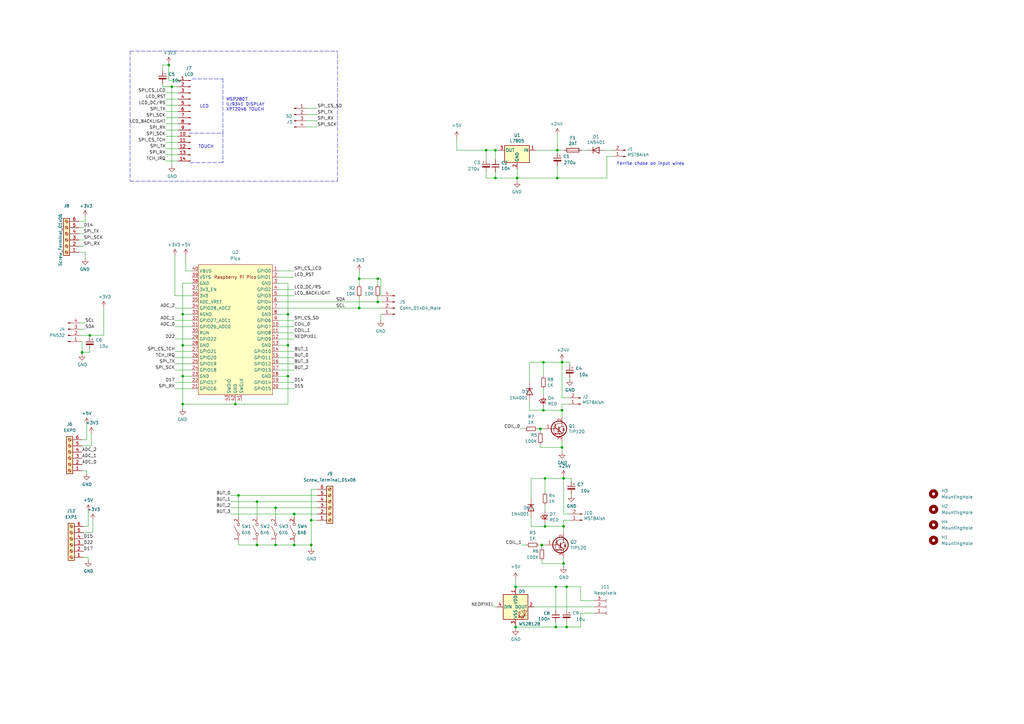
<source format=kicad_sch>
(kicad_sch (version 20211123) (generator eeschema)
  (paper "A3")
  (lib_symbols
    (symbol "Connector:Conn_01x02_Male" (pin_names (offset 1.016) hide)
      (property "Reference" "J" (at 0 2.54 0))
      (property "Value" "Conn_01x02_Male" (at 0 -5.08 0))
      (symbol "Conn_01x02_Male_1_1"
        (pin passive line (at 5.08 0 180) (length 3.81) (name "Pin_1") (number "1"))
        (pin passive line (at 5.08 -2.54 180) (length 3.81) (name "Pin_2") (number "2"))
      )
    )
    (symbol "Connector:Conn_01x03_Female" (pin_names (offset 1.016) hide)
      (property "Reference" "J" (at 0 5.08 0))
      (property "Value" "Conn_01x03_Female" (at 0 -5.08 0))
      (symbol "Conn_01x03_Female_1_1"
        (pin passive line (at -5.08 2.54 0) (length 3.81) (name "Pin_1") (number "1"))
        (pin passive line (at -5.08 0 0) (length 3.81) (name "Pin_2") (number "2"))
        (pin passive line (at -5.08 -2.54 0) (length 3.81) (name "Pin_3") (number "3"))
      )
    )
    (symbol "Connector:Conn_01x04_Male" (pin_names (offset 1.016) hide)
      (property "Reference" "J" (at 0 5.08 0))
      (property "Value" "Conn_01x04_Male" (at 0 -7.62 0))
      (symbol "Conn_01x04_Male_1_1"
        (pin passive line (at 5.08 2.54 180) (length 3.81) (name "Pin_1") (number "1"))
        (pin passive line (at 5.08 0 180) (length 3.81) (name "Pin_2") (number "2"))
        (pin passive line (at 5.08 -2.54 180) (length 3.81) (name "Pin_3") (number "3"))
        (pin passive line (at 5.08 -5.08 180) (length 3.81) (name "Pin_4") (number "4"))
      )
    )
    (symbol "Connector:Conn_01x14_Male" (pin_names (offset 1.016) hide)
      (property "Reference" "J" (at 0 17.78 0))
      (property "Value" "Conn_01x14_Male" (at 0 -20.32 0))
      (symbol "Conn_01x14_Male_1_1"
        (pin passive line (at 5.08 15.24 180) (length 3.81) (name "Pin_1") (number "1"))
        (pin passive line (at 5.08 -7.62 180) (length 3.81) (name "Pin_10") (number "10"))
        (pin passive line (at 5.08 -10.16 180) (length 3.81) (name "Pin_11") (number "11"))
        (pin passive line (at 5.08 -12.7 180) (length 3.81) (name "Pin_12") (number "12"))
        (pin passive line (at 5.08 -15.24 180) (length 3.81) (name "Pin_13") (number "13"))
        (pin passive line (at 5.08 -17.78 180) (length 3.81) (name "Pin_14") (number "14"))
        (pin passive line (at 5.08 12.7 180) (length 3.81) (name "Pin_2") (number "2"))
        (pin passive line (at 5.08 10.16 180) (length 3.81) (name "Pin_3") (number "3"))
        (pin passive line (at 5.08 7.62 180) (length 3.81) (name "Pin_4") (number "4"))
        (pin passive line (at 5.08 5.08 180) (length 3.81) (name "Pin_5") (number "5"))
        (pin passive line (at 5.08 2.54 180) (length 3.81) (name "Pin_6") (number "6"))
        (pin passive line (at 5.08 0 180) (length 3.81) (name "Pin_7") (number "7"))
        (pin passive line (at 5.08 -2.54 180) (length 3.81) (name "Pin_8") (number "8"))
        (pin passive line (at 5.08 -5.08 180) (length 3.81) (name "Pin_9") (number "9"))
      )
    )
    (symbol "Connector:Screw_Terminal_01x06" (pin_names (offset 1.016) hide)
      (property "Reference" "J" (at 0 7.62 0))
      (property "Value" "Screw_Terminal_01x06" (at 0 -10.16 0))
      (symbol "Screw_Terminal_01x06_1_1"
        (pin passive line (at -5.08 5.08 0) (length 3.81) (name "Pin_1") (number "1"))
        (pin passive line (at -5.08 2.54 0) (length 3.81) (name "Pin_2") (number "2"))
        (pin passive line (at -5.08 0 0) (length 3.81) (name "Pin_3") (number "3"))
        (pin passive line (at -5.08 -2.54 0) (length 3.81) (name "Pin_4") (number "4"))
        (pin passive line (at -5.08 -5.08 0) (length 3.81) (name "Pin_5") (number "5"))
        (pin passive line (at -5.08 -7.62 0) (length 3.81) (name "Pin_6") (number "6"))
      )
    )
    (symbol "Device:C_Small" (pin_numbers hide) (pin_names (offset 0.254) hide)
      (property "Reference" "C" (at 0.254 1.778 0))
      (property "Value" "C_Small" (at 0.254 -2.032 0))
      (symbol "C_Small_1_1"
        (pin passive line (at 0 2.54 270) (length 2.032) (name "~") (number "1"))
        (pin passive line (at 0 -2.54 90) (length 2.032) (name "~") (number "2"))
      )
    )
    (symbol "Device:Fuse" (pin_numbers hide) (pin_names (offset 0))
      (property "Reference" "F" (at 2.032 0 90))
      (property "Value" "Fuse" (at -1.905 0 90))
      (symbol "Fuse_1_1"
        (pin passive line (at 0 3.81 270) (length 1.27) (name "~") (number "1"))
        (pin passive line (at 0 -3.81 90) (length 1.27) (name "~") (number "2"))
      )
    )
    (symbol "Device:LED_Small" (pin_numbers hide) (pin_names (offset 0.254) hide)
      (property "Reference" "D" (at -1.27 3.175 0))
      (property "Value" "LED_Small" (at -4.445 -2.54 0))
      (symbol "LED_Small_1_1"
        (pin passive line (at -2.54 0 0) (length 1.778) (name "K") (number "1"))
        (pin passive line (at 2.54 0 180) (length 1.778) (name "A") (number "2"))
      )
    )
    (symbol "Device:R_Small" (pin_numbers hide) (pin_names (offset 0.254) hide)
      (property "Reference" "R" (at 0.762 0.508 0))
      (property "Value" "R_Small" (at 0.762 -1.016 0))
      (symbol "R_Small_1_1"
        (pin passive line (at 0 2.54 270) (length 0.762) (name "~") (number "1"))
        (pin passive line (at 0 -2.54 90) (length 0.762) (name "~") (number "2"))
      )
    )
    (symbol "Diode:1N4001" (pin_numbers hide) (pin_names hide)
      (property "Reference" "D" (at 0 2.54 0))
      (property "Value" "1N4001" (at 0 -2.54 0))
      (symbol "1N4001_1_1"
        (pin passive line (at -3.81 0 0) (length 2.54) (name "K") (number "1"))
        (pin passive line (at 3.81 0 180) (length 2.54) (name "A") (number "2"))
      )
    )
    (symbol "Diode:1N5401" (pin_numbers hide) (pin_names hide)
      (property "Reference" "D" (at 0 2.54 0))
      (property "Value" "1N5401" (at 0 -2.54 0))
      (symbol "1N5401_1_1"
        (pin passive line (at -3.81 0 0) (length 2.54) (name "K") (number "1"))
        (pin passive line (at 3.81 0 180) (length 2.54) (name "A") (number "2"))
      )
    )
    (symbol "LED:WS2812B" (pin_names (offset 0.254))
      (property "Reference" "D" (at 5.08 5.715 0))
      (property "Value" "WS2812B" (at 1.27 -5.715 0))
      (symbol "WS2812B_0_0"
        (text "RGB" (at 2.286 -4.191 0) (effects (font (size 0.762 0.762))))
      )
      (symbol "WS2812B_1_1"
        (pin power_in line (at 0 7.62 270) (length 2.54) (name "VDD") (number "1"))
        (pin output line (at 7.62 0 180) (length 2.54) (name "DOUT") (number "2"))
        (pin power_in line (at 0 -7.62 90) (length 2.54) (name "VSS") (number "3"))
        (pin input line (at -7.62 0 0) (length 2.54) (name "DIN") (number "4"))
      )
    )
    (symbol "MCU_RaspberryPi_and_Boards:Pico"
      (property "Reference" "U" (at -13.97 27.94 0))
      (property "Value" "Pico" (at 0 19.05 0))
      (symbol "Pico_0_0"
        (text "Raspberry Pi Pico" (at 0 21.59 0) (effects (font (size 1.27 1.27))))
      )
      (symbol "Pico_1_1"
        (pin bidirectional line (at -17.78 24.13 0) (length 2.54) (name "GPIO0") (number "1"))
        (pin bidirectional line (at -17.78 1.27 0) (length 2.54) (name "GPIO7") (number "10"))
        (pin bidirectional line (at -17.78 -1.27 0) (length 2.54) (name "GPIO8") (number "11"))
        (pin bidirectional line (at -17.78 -3.81 0) (length 2.54) (name "GPIO9") (number "12"))
        (pin power_in line (at -17.78 -6.35 0) (length 2.54) (name "GND") (number "13"))
        (pin bidirectional line (at -17.78 -8.89 0) (length 2.54) (name "GPIO10") (number "14"))
        (pin bidirectional line (at -17.78 -11.43 0) (length 2.54) (name "GPIO11") (number "15"))
        (pin bidirectional line (at -17.78 -13.97 0) (length 2.54) (name "GPIO12") (number "16"))
        (pin bidirectional line (at -17.78 -16.51 0) (length 2.54) (name "GPIO13") (number "17"))
        (pin power_in line (at -17.78 -19.05 0) (length 2.54) (name "GND") (number "18"))
        (pin bidirectional line (at -17.78 -21.59 0) (length 2.54) (name "GPIO14") (number "19"))
        (pin bidirectional line (at -17.78 21.59 0) (length 2.54) (name "GPIO1") (number "2"))
        (pin bidirectional line (at -17.78 -24.13 0) (length 2.54) (name "GPIO15") (number "20"))
        (pin bidirectional line (at 17.78 -24.13 180) (length 2.54) (name "GPIO16") (number "21"))
        (pin bidirectional line (at 17.78 -21.59 180) (length 2.54) (name "GPIO17") (number "22"))
        (pin power_in line (at 17.78 -19.05 180) (length 2.54) (name "GND") (number "23"))
        (pin bidirectional line (at 17.78 -16.51 180) (length 2.54) (name "GPIO18") (number "24"))
        (pin bidirectional line (at 17.78 -13.97 180) (length 2.54) (name "GPIO19") (number "25"))
        (pin bidirectional line (at 17.78 -11.43 180) (length 2.54) (name "GPIO20") (number "26"))
        (pin bidirectional line (at 17.78 -8.89 180) (length 2.54) (name "GPIO21") (number "27"))
        (pin power_in line (at 17.78 -6.35 180) (length 2.54) (name "GND") (number "28"))
        (pin bidirectional line (at 17.78 -3.81 180) (length 2.54) (name "GPIO22") (number "29"))
        (pin power_in line (at -17.78 19.05 0) (length 2.54) (name "GND") (number "3"))
        (pin input line (at 17.78 -1.27 180) (length 2.54) (name "RUN") (number "30"))
        (pin bidirectional line (at 17.78 1.27 180) (length 2.54) (name "GPIO26_ADC0") (number "31"))
        (pin bidirectional line (at 17.78 3.81 180) (length 2.54) (name "GPIO27_ADC1") (number "32"))
        (pin power_in line (at 17.78 6.35 180) (length 2.54) (name "AGND") (number "33"))
        (pin bidirectional line (at 17.78 8.89 180) (length 2.54) (name "GPIO28_ADC2") (number "34"))
        (pin power_in line (at 17.78 11.43 180) (length 2.54) (name "ADC_VREF") (number "35"))
        (pin power_in line (at 17.78 13.97 180) (length 2.54) (name "3V3") (number "36"))
        (pin input line (at 17.78 16.51 180) (length 2.54) (name "3V3_EN") (number "37"))
        (pin bidirectional line (at 17.78 19.05 180) (length 2.54) (name "GND") (number "38"))
        (pin power_in line (at 17.78 21.59 180) (length 2.54) (name "VSYS") (number "39"))
        (pin bidirectional line (at -17.78 16.51 0) (length 2.54) (name "GPIO2") (number "4"))
        (pin power_in line (at 17.78 24.13 180) (length 2.54) (name "VBUS") (number "40"))
        (pin input line (at -2.54 -29.21 90) (length 2.54) (name "SWCLK") (number "41"))
        (pin power_in line (at 0 -29.21 90) (length 2.54) (name "GND") (number "42"))
        (pin bidirectional line (at 2.54 -29.21 90) (length 2.54) (name "SWDIO") (number "43"))
        (pin bidirectional line (at -17.78 13.97 0) (length 2.54) (name "GPIO3") (number "5"))
        (pin bidirectional line (at -17.78 11.43 0) (length 2.54) (name "GPIO4") (number "6"))
        (pin bidirectional line (at -17.78 8.89 0) (length 2.54) (name "GPIO5") (number "7"))
        (pin power_in line (at -17.78 6.35 0) (length 2.54) (name "GND") (number "8"))
        (pin bidirectional line (at -17.78 3.81 0) (length 2.54) (name "GPIO6") (number "9"))
      )
    )
    (symbol "Mechanical:MountingHole" (pin_names (offset 1.016))
      (property "Reference" "H" (at 0 5.08 0))
      (property "Value" "MountingHole" (at 0 3.175 0))
    )
    (symbol "Regulator_Linear:L7805" (pin_names (offset 0.254))
      (property "Reference" "U" (at -3.81 3.175 0))
      (property "Value" "L7805" (at 0 3.175 0))
      (symbol "L7805_1_1"
        (pin power_in line (at -7.62 0 0) (length 2.54) (name "IN") (number "1"))
        (pin power_in line (at 0 -7.62 90) (length 2.54) (name "GND") (number "2"))
        (pin power_out line (at 7.62 0 180) (length 2.54) (name "OUT") (number "3"))
      )
    )
    (symbol "Switch:SW_SPST" (pin_names (offset 0) hide)
      (property "Reference" "SW" (at 0 3.175 0))
      (property "Value" "SW_SPST" (at 0 -2.54 0))
      (symbol "SW_SPST_1_1"
        (pin passive line (at -5.08 0 0) (length 2.54) (name "A") (number "1"))
        (pin passive line (at 5.08 0 180) (length 2.54) (name "B") (number "2"))
      )
    )
    (symbol "Transistor_BJT:TIP120" (pin_names (offset 0) hide)
      (property "Reference" "Q" (at 5.08 1.905 0))
      (property "Value" "TIP120" (at 5.08 0 0))
      (symbol "TIP120_1_1"
        (pin input line (at -5.08 0 0) (length 3.81) (name "B") (number "1"))
        (pin passive line (at 2.54 5.08 270) (length 2.667) (name "C") (number "2"))
        (pin passive line (at 2.54 -5.08 90) (length 2.54) (name "E") (number "3"))
      )
    )
    (symbol "machine-controller-rescue:CP_Small-Device" (pin_numbers hide) (pin_names (offset 0.254) hide)
      (property "Reference" "C" (at 0.254 1.778 0))
      (property "Value" "CP_Small-Device" (at 0.254 -2.032 0))
      (symbol "CP_Small-Device_1_1"
        (pin passive line (at 0 2.54 270) (length 1.8542) (name "~") (number "1"))
        (pin passive line (at 0 -2.54 90) (length 1.8542) (name "~") (number "2"))
      )
    )
    (symbol "power:+24V" (power) (pin_names (offset 0))
      (property "Value" "+24V" (at 0 3.556 0))
      (symbol "+24V_1_1"
        (pin power_in line (at 0 0 90) (length 0) hide (name "+24V") (number "1"))
      )
    )
    (symbol "power:+3V3" (power) (pin_names (offset 0))
      (property "Value" "+3V3" (at 0 3.556 0))
      (symbol "+3V3_1_1"
        (pin power_in line (at 0 0 90) (length 0) hide (name "+3V3") (number "1"))
      )
    )
    (symbol "power:+5V" (power) (pin_names (offset 0))
      (property "Value" "+5V" (at 0 3.556 0))
      (symbol "+5V_1_1"
        (pin power_in line (at 0 0 90) (length 0) hide (name "+5V") (number "1"))
      )
    )
    (symbol "power:GND" (power) (pin_names (offset 0))
      (property "Value" "GND" (at 0 -3.81 0))
      (symbol "GND_1_1"
        (pin power_in line (at 0 0 270) (length 0) hide (name "GND") (number "1"))
      )
    )
  )
  (junction (at 154.94 123.825))
  (junction (at 232.41 240.665))
  (junction (at 118.11 154.305))
  (junction (at 70.485 35.56))
  (junction (at 118.11 141.605))
  (junction (at 222.885 168.275))
  (junction (at 199.39 61.595))
  (junction (at 154.94 114.3))
  (junction (at 230.505 168.275))
  (junction (at 222.885 148.59))
  (junction (at 212.09 73.025))
  (junction (at 96.52 165.735))
  (junction (at 36.83 137.541))
  (junction (at 211.455 257.175))
  (junction (at 74.93 128.905))
  (junction (at 222.25 223.52))
  (junction (at 228.6 73.025))
  (junction (at 221.615 175.895))
  (junction (at 227.965 240.665))
  (junction (at 223.52 196.215))
  (junction (at 105.41 205.74))
  (junction (at 120.65 223.52))
  (junction (at 127.635 213.36))
  (junction (at 223.52 215.9))
  (junction (at 74.93 141.605))
  (junction (at 33.655 144.526))
  (junction (at 97.79 203.2))
  (junction (at 231.14 215.9))
  (junction (at 231.14 196.215))
  (junction (at 127.635 223.52))
  (junction (at 74.93 165.735))
  (junction (at 113.03 223.52))
  (junction (at 120.65 210.82))
  (junction (at 232.41 257.175))
  (junction (at 231.14 231.14))
  (junction (at 203.2 73.025))
  (junction (at 118.11 128.905))
  (junction (at 113.03 208.28))
  (junction (at 230.505 183.515))
  (junction (at 74.93 154.305))
  (junction (at 105.41 223.52))
  (junction (at 228.6 61.595))
  (junction (at 230.505 148.59))
  (junction (at 69.215 26.67))
  (junction (at 147.32 126.365))
  (junction (at 211.455 240.665))
  (junction (at 203.2 61.595))
  (junction (at 227.965 257.175))
  (junction (at 147.32 114.3))
  (wire (pts (xy 118.11 154.305) (xy 118.11 165.735)))
  (wire (pts (xy 230.505 170.815) (xy 230.505 168.275)))
  (wire (pts (xy 78.74 128.905) (xy 74.93 128.905)))
  (wire (pts (xy 113.03 222.25) (xy 113.03 223.52)))
  (wire (pts (xy 230.505 165.735) (xy 233.045 165.735)))
  (wire (pts (xy 248.92 73.025) (xy 248.92 64.135)))
  (wire (pts (xy 67.945 58.42) (xy 73.025 58.42)))
  (wire (pts (xy 221.615 175.895) (xy 222.885 175.895)))
  (wire (pts (xy 251.46 61.595) (xy 248.285 61.595)))
  (wire (pts (xy 238.125 251.46) (xy 238.125 257.175)))
  (wire (pts (xy 67.945 48.26) (xy 73.025 48.26)))
  (wire (pts (xy 78.74 139.065) (xy 71.755 139.065)))
  (polyline (pts (xy 91.44 54.61) (xy 91.44 32.385)))
  (wire (pts (xy 71.755 146.685) (xy 78.74 146.685)))
  (wire (pts (xy 154.94 123.825) (xy 114.3 123.825)))
  (wire (pts (xy 118.11 128.905) (xy 118.11 116.205)))
  (wire (pts (xy 127.635 213.36) (xy 127.635 223.52)))
  (wire (pts (xy 32.385 103.505) (xy 34.925 103.505)))
  (wire (pts (xy 233.68 148.59) (xy 230.505 148.59)))
  (wire (pts (xy 127.635 200.66) (xy 127.635 213.36)))
  (wire (pts (xy 71.755 144.145) (xy 78.74 144.145)))
  (wire (pts (xy 248.92 64.135) (xy 251.46 64.135)))
  (wire (pts (xy 120.65 156.845) (xy 114.3 156.845)))
  (wire (pts (xy 147.32 121.92) (xy 147.32 126.365)))
  (polyline (pts (xy 138.43 74.295) (xy 138.43 20.955)))
  (wire (pts (xy 34.925 103.505) (xy 34.925 106.045)))
  (wire (pts (xy 217.805 196.215) (xy 223.52 196.215)))
  (wire (pts (xy 156.845 121.285) (xy 156.21 121.285)))
  (wire (pts (xy 118.11 141.605) (xy 114.3 141.605)))
  (wire (pts (xy 35.56 173.99) (xy 35.56 180.34)))
  (wire (pts (xy 147.32 114.3) (xy 147.32 116.84)))
  (wire (pts (xy 113.03 223.52) (xy 105.41 223.52)))
  (wire (pts (xy 120.65 210.82) (xy 120.65 212.09)))
  (wire (pts (xy 125.73 52.07) (xy 130.175 52.07)))
  (wire (pts (xy 234.315 196.215) (xy 231.14 196.215)))
  (wire (pts (xy 96.52 164.465) (xy 96.52 165.735)))
  (wire (pts (xy 231.14 215.9) (xy 231.14 213.36)))
  (wire (pts (xy 118.11 116.205) (xy 114.3 116.205)))
  (wire (pts (xy 222.25 231.14) (xy 222.25 229.87)))
  (wire (pts (xy 230.505 183.515) (xy 221.615 183.515)))
  (wire (pts (xy 199.39 61.595) (xy 187.325 61.595)))
  (wire (pts (xy 228.6 61.595) (xy 228.6 62.865)))
  (wire (pts (xy 215.265 175.895) (xy 213.36 175.895)))
  (wire (pts (xy 217.805 204.47) (xy 217.805 196.215)))
  (wire (pts (xy 215.9 223.52) (xy 213.995 223.52)))
  (wire (pts (xy 32.385 100.965) (xy 34.29 100.965)))
  (wire (pts (xy 36.195 209.55) (xy 36.195 215.9)))
  (wire (pts (xy 217.805 212.09) (xy 217.805 215.9)))
  (wire (pts (xy 199.39 70.485) (xy 199.39 73.025)))
  (wire (pts (xy 238.125 246.38) (xy 238.125 240.665)))
  (wire (pts (xy 105.41 222.25) (xy 105.41 223.52)))
  (wire (pts (xy 69.215 26.67) (xy 69.215 33.02)))
  (wire (pts (xy 66.675 26.67) (xy 69.215 26.67)))
  (wire (pts (xy 76.2 111.125) (xy 78.74 111.125)))
  (wire (pts (xy 211.455 237.49) (xy 211.455 240.665)))
  (wire (pts (xy 211.455 257.175) (xy 211.455 256.54)))
  (wire (pts (xy 96.52 165.735) (xy 118.11 165.735)))
  (wire (pts (xy 211.455 240.665) (xy 211.455 241.3)))
  (wire (pts (xy 74.93 128.905) (xy 74.93 116.205)))
  (wire (pts (xy 33.655 140.081) (xy 33.655 144.526)))
  (wire (pts (xy 34.29 215.9) (xy 36.195 215.9)))
  (wire (pts (xy 74.93 141.605) (xy 74.93 128.905)))
  (wire (pts (xy 120.65 223.52) (xy 113.03 223.52)))
  (wire (pts (xy 118.11 141.605) (xy 118.11 128.905)))
  (wire (pts (xy 227.965 255.27) (xy 227.965 257.175)))
  (wire (pts (xy 120.65 159.385) (xy 114.3 159.385)))
  (wire (pts (xy 154.94 114.3) (xy 154.94 116.84)))
  (wire (pts (xy 125.73 46.99) (xy 130.175 46.99)))
  (polyline (pts (xy 77.47 54.61) (xy 91.44 54.61)))
  (wire (pts (xy 69.215 33.02) (xy 73.025 33.02)))
  (wire (pts (xy 238.125 240.665) (xy 232.41 240.665)))
  (wire (pts (xy 227.965 257.175) (xy 232.41 257.175)))
  (wire (pts (xy 71.755 133.985) (xy 78.74 133.985)))
  (wire (pts (xy 147.32 111.125) (xy 147.32 114.3)))
  (wire (pts (xy 67.945 55.88) (xy 73.025 55.88)))
  (wire (pts (xy 37.465 177.8) (xy 37.465 182.88)))
  (wire (pts (xy 187.325 56.515) (xy 187.325 61.595)))
  (wire (pts (xy 67.945 53.34) (xy 73.025 53.34)))
  (wire (pts (xy 67.945 50.8) (xy 73.025 50.8)))
  (polyline (pts (xy 53.34 20.955) (xy 53.34 74.295)))
  (wire (pts (xy 34.925 88.9) (xy 34.925 90.805)))
  (wire (pts (xy 232.41 255.27) (xy 232.41 257.175)))
  (wire (pts (xy 147.32 126.365) (xy 114.3 126.365)))
  (wire (pts (xy 228.6 73.025) (xy 248.92 73.025)))
  (wire (pts (xy 222.885 159.385) (xy 222.885 161.925)))
  (wire (pts (xy 221.615 183.515) (xy 221.615 182.245)))
  (wire (pts (xy 220.98 223.52) (xy 222.25 223.52)))
  (wire (pts (xy 234.315 202.565) (xy 234.315 203.2)))
  (wire (pts (xy 125.73 49.53) (xy 130.175 49.53)))
  (wire (pts (xy 114.3 154.305) (xy 118.11 154.305)))
  (wire (pts (xy 71.755 149.225) (xy 78.74 149.225)))
  (wire (pts (xy 118.11 141.605) (xy 118.11 154.305)))
  (wire (pts (xy 120.65 131.445) (xy 114.3 131.445)))
  (wire (pts (xy 154.94 121.92) (xy 154.94 123.825)))
  (wire (pts (xy 238.125 251.46) (xy 243.84 251.46)))
  (wire (pts (xy 33.02 137.541) (xy 36.83 137.541)))
  (wire (pts (xy 105.41 205.74) (xy 105.41 212.09)))
  (wire (pts (xy 156.845 128.905) (xy 156.21 128.905)))
  (wire (pts (xy 120.65 146.685) (xy 114.3 146.685)))
  (wire (pts (xy 120.65 149.225) (xy 114.3 149.225)))
  (wire (pts (xy 67.945 43.18) (xy 73.025 43.18)))
  (wire (pts (xy 211.455 240.665) (xy 227.965 240.665)))
  (wire (pts (xy 233.68 210.82) (xy 231.14 210.82)))
  (wire (pts (xy 105.41 205.74) (xy 130.175 205.74)))
  (wire (pts (xy 38.1 213.36) (xy 38.1 218.44)))
  (wire (pts (xy 230.505 147.955) (xy 230.505 148.59)))
  (wire (pts (xy 113.03 208.28) (xy 113.03 212.09)))
  (wire (pts (xy 33.02 135.001) (xy 34.925 135.001)))
  (wire (pts (xy 74.93 154.305) (xy 74.93 141.605)))
  (wire (pts (xy 69.215 26.035) (xy 69.215 26.67)))
  (wire (pts (xy 211.455 257.81) (xy 211.455 257.175)))
  (wire (pts (xy 94.615 208.28) (xy 113.03 208.28)))
  (wire (pts (xy 67.945 66.04) (xy 73.025 66.04)))
  (wire (pts (xy 147.32 114.3) (xy 154.94 114.3)))
  (wire (pts (xy 78.74 154.305) (xy 74.93 154.305)))
  (wire (pts (xy 118.11 128.905) (xy 114.3 128.905)))
  (wire (pts (xy 120.65 118.745) (xy 114.3 118.745)))
  (polyline (pts (xy 91.44 66.04) (xy 91.44 66.675)))
  (wire (pts (xy 76.2 104.775) (xy 76.2 111.125)))
  (wire (pts (xy 36.195 229.87) (xy 36.195 228.6)))
  (wire (pts (xy 38.1 218.44) (xy 34.29 218.44)))
  (wire (pts (xy 33.655 144.526) (xy 33.655 145.161)))
  (wire (pts (xy 36.83 144.526) (xy 33.655 144.526)))
  (wire (pts (xy 66.675 35.56) (xy 66.675 34.29)))
  (wire (pts (xy 243.84 246.38) (xy 238.125 246.38)))
  (wire (pts (xy 70.485 35.56) (xy 66.675 35.56)))
  (wire (pts (xy 232.41 240.665) (xy 227.965 240.665)))
  (wire (pts (xy 42.545 126.111) (xy 42.545 137.541)))
  (wire (pts (xy 230.505 185.42) (xy 230.505 183.515)))
  (wire (pts (xy 33.655 180.34) (xy 35.56 180.34)))
  (wire (pts (xy 231.14 231.14) (xy 222.25 231.14)))
  (wire (pts (xy 233.68 149.86) (xy 233.68 148.59)))
  (wire (pts (xy 227.965 240.665) (xy 227.965 250.19)))
  (wire (pts (xy 120.65 151.765) (xy 114.3 151.765)))
  (wire (pts (xy 35.56 193.04) (xy 33.655 193.04)))
  (wire (pts (xy 228.6 61.595) (xy 231.14 61.595)))
  (wire (pts (xy 130.175 200.66) (xy 127.635 200.66)))
  (wire (pts (xy 94.615 205.74) (xy 105.41 205.74)))
  (wire (pts (xy 70.485 67.945) (xy 70.485 35.56)))
  (wire (pts (xy 78.74 141.605) (xy 74.93 141.605)))
  (wire (pts (xy 34.29 93.345) (xy 32.385 93.345)))
  (wire (pts (xy 97.79 203.2) (xy 97.79 212.09)))
  (wire (pts (xy 97.79 203.2) (xy 130.175 203.2)))
  (wire (pts (xy 67.945 38.1) (xy 73.025 38.1)))
  (wire (pts (xy 156.845 126.365) (xy 147.32 126.365)))
  (wire (pts (xy 221.615 175.895) (xy 221.615 177.165)))
  (wire (pts (xy 156.21 114.3) (xy 154.94 114.3)))
  (wire (pts (xy 130.175 44.45) (xy 125.73 44.45)))
  (wire (pts (xy 156.845 123.825) (xy 154.94 123.825)))
  (wire (pts (xy 231.14 210.82) (xy 231.14 196.215)))
  (wire (pts (xy 67.945 63.5) (xy 73.025 63.5)))
  (wire (pts (xy 78.74 131.445) (xy 71.755 131.445)))
  (wire (pts (xy 233.045 163.195) (xy 230.505 163.195)))
  (wire (pts (xy 222.885 168.275) (xy 230.505 168.275)))
  (wire (pts (xy 232.41 250.19) (xy 232.41 240.665)))
  (wire (pts (xy 217.17 164.465) (xy 217.17 168.275)))
  (wire (pts (xy 130.175 213.36) (xy 127.635 213.36)))
  (wire (pts (xy 228.6 61.595) (xy 219.71 61.595)))
  (wire (pts (xy 120.65 111.125) (xy 114.3 111.125)))
  (wire (pts (xy 71.755 104.775) (xy 71.755 121.285)))
  (wire (pts (xy 231.14 196.215) (xy 223.52 196.215)))
  (wire (pts (xy 238.125 257.175) (xy 232.41 257.175)))
  (wire (pts (xy 120.65 210.82) (xy 130.175 210.82)))
  (wire (pts (xy 231.14 231.14) (xy 231.14 228.6)))
  (wire (pts (xy 212.09 73.025) (xy 228.6 73.025)))
  (wire (pts (xy 204.47 61.595) (xy 203.2 61.595)))
  (wire (pts (xy 113.03 208.28) (xy 130.175 208.28)))
  (wire (pts (xy 230.505 148.59) (xy 222.885 148.59)))
  (wire (pts (xy 223.52 215.9) (xy 231.14 215.9)))
  (wire (pts (xy 230.505 168.275) (xy 230.505 165.735)))
  (wire (pts (xy 231.14 213.36) (xy 233.68 213.36)))
  (wire (pts (xy 212.09 73.025) (xy 212.09 69.215)))
  (wire (pts (xy 222.25 223.52) (xy 223.52 223.52)))
  (wire (pts (xy 120.65 222.25) (xy 120.65 223.52)))
  (wire (pts (xy 33.02 140.081) (xy 33.655 140.081)))
  (wire (pts (xy 33.02 132.461) (xy 34.925 132.461)))
  (polyline (pts (xy 91.44 54.61) (xy 91.44 66.675)))
  (wire (pts (xy 120.65 133.985) (xy 114.3 133.985)))
  (wire (pts (xy 203.2 73.025) (xy 199.39 73.025)))
  (wire (pts (xy 71.755 151.765) (xy 78.74 151.765)))
  (wire (pts (xy 199.39 65.405) (xy 199.39 61.595)))
  (wire (pts (xy 230.505 163.195) (xy 230.505 148.59)))
  (wire (pts (xy 67.945 45.72) (xy 73.025 45.72)))
  (wire (pts (xy 70.485 35.56) (xy 73.025 35.56)))
  (wire (pts (xy 222.885 167.005) (xy 222.885 168.275)))
  (wire (pts (xy 35.56 194.31) (xy 35.56 193.04)))
  (wire (pts (xy 233.68 154.94) (xy 233.68 155.575)))
  (wire (pts (xy 223.52 214.63) (xy 223.52 215.9)))
  (wire (pts (xy 67.945 60.96) (xy 73.025 60.96)))
  (wire (pts (xy 234.315 197.485) (xy 234.315 196.215)))
  (wire (pts (xy 222.885 148.59) (xy 222.885 154.305)))
  (wire (pts (xy 127.635 223.52) (xy 120.65 223.52)))
  (wire (pts (xy 212.09 74.295) (xy 212.09 73.025)))
  (wire (pts (xy 34.925 90.805) (xy 32.385 90.805)))
  (wire (pts (xy 231.14 195.58) (xy 231.14 196.215)))
  (wire (pts (xy 94.615 210.82) (xy 120.65 210.82)))
  (wire (pts (xy 74.93 116.205) (xy 78.74 116.205)))
  (wire (pts (xy 127.635 223.52) (xy 127.635 224.79)))
  (polyline (pts (xy 53.34 74.295) (xy 138.43 74.295)))
  (wire (pts (xy 203.2 70.485) (xy 203.2 73.025)))
  (wire (pts (xy 36.195 228.6) (xy 34.29 228.6)))
  (wire (pts (xy 36.83 137.541) (xy 42.545 137.541)))
  (wire (pts (xy 156.21 121.285) (xy 156.21 114.3)))
  (wire (pts (xy 78.74 126.365) (xy 71.755 126.365)))
  (polyline (pts (xy 78.74 32.385) (xy 91.44 32.385)))
  (wire (pts (xy 222.25 223.52) (xy 222.25 224.79)))
  (wire (pts (xy 96.52 165.735) (xy 74.93 165.735)))
  (wire (pts (xy 223.52 196.215) (xy 223.52 201.93)))
  (wire (pts (xy 231.14 218.44) (xy 231.14 215.9)))
  (wire (pts (xy 74.93 165.735) (xy 74.93 154.305)))
  (wire (pts (xy 228.6 55.245) (xy 228.6 61.595)))
  (wire (pts (xy 32.385 95.885) (xy 34.29 95.885)))
  (wire (pts (xy 120.65 121.285) (xy 114.3 121.285)))
  (wire (pts (xy 203.2 61.595) (xy 199.39 61.595)))
  (wire (pts (xy 105.41 223.52) (xy 97.79 223.52)))
  (wire (pts (xy 97.79 223.52) (xy 97.79 222.25)))
  (wire (pts (xy 220.345 175.895) (xy 221.615 175.895)))
  (wire (pts (xy 66.675 29.21) (xy 66.675 26.67)))
  (wire (pts (xy 202.565 248.92) (xy 203.835 248.92)))
  (wire (pts (xy 120.65 139.065) (xy 114.3 139.065)))
  (wire (pts (xy 211.455 257.175) (xy 227.965 257.175)))
  (wire (pts (xy 71.755 159.385) (xy 78.74 159.385)))
  (wire (pts (xy 217.17 168.275) (xy 222.885 168.275)))
  (wire (pts (xy 120.65 113.665) (xy 114.3 113.665)))
  (wire (pts (xy 228.6 67.945) (xy 228.6 73.025)))
  (wire (pts (xy 156.21 128.905) (xy 156.21 131.445)))
  (wire (pts (xy 120.65 144.145) (xy 114.3 144.145)))
  (wire (pts (xy 219.075 248.92) (xy 243.84 248.92)))
  (wire (pts (xy 74.93 167.64) (xy 74.93 165.735)))
  (wire (pts (xy 203.2 73.025) (xy 212.09 73.025)))
  (wire (pts (xy 203.2 65.405) (xy 203.2 61.595)))
  (wire (pts (xy 230.505 183.515) (xy 230.505 180.975)))
  (wire (pts (xy 37.465 182.88) (xy 33.655 182.88)))
  (wire (pts (xy 67.945 40.64) (xy 73.025 40.64)))
  (wire (pts (xy 94.615 203.2) (xy 97.79 203.2)))
  (wire (pts (xy 240.665 61.595) (xy 238.76 61.595)))
  (polyline (pts (xy 53.34 20.955) (xy 138.43 20.955)))
  (wire (pts (xy 217.17 156.845) (xy 217.17 148.59)))
  (wire (pts (xy 120.65 136.525) (xy 114.3 136.525)))
  (wire (pts (xy 36.83 143.256) (xy 36.83 144.526)))
  (wire (pts (xy 217.17 148.59) (xy 222.885 148.59)))
  (polyline (pts (xy 78.105 66.675) (xy 91.44 66.675)))
  (wire (pts (xy 36.83 137.541) (xy 36.83 138.176)))
  (wire (pts (xy 32.385 98.425) (xy 34.29 98.425)))
  (wire (pts (xy 231.14 232.41) (xy 231.14 231.14)))
  (wire (pts (xy 217.805 215.9) (xy 223.52 215.9)))
  (wire (pts (xy 223.52 207.01) (xy 223.52 209.55)))
  (wire (pts (xy 71.755 156.845) (xy 78.74 156.845)))
  (wire (pts (xy 71.755 121.285) (xy 78.74 121.285)))
  (text "LCD" (at 81.915 44.45 0) (effects (font (size 1.27 1.27)) (justify left bottom)))
  (text "TOUCH" (at 81.28 60.96 0) (effects (font (size 1.27 1.27)) (justify left bottom)))
  (text "MSP2807\nILI9341 DISPLAY\nXPT2046 TOUCH" (at 92.71 45.72 0) (effects (font (size 1.27 1.27)) (justify left bottom)))
  (text "Ferrite choke on input wires" (at 280.67 67.945 180) (effects (font (size 1.27 1.27)) (justify right bottom)))
  (label "SPI_CS_TCH" (at 67.945 58.42 180))
  (label "BUT_1" (at 94.615 205.74 180))
  (label "TCH_IRQ" (at 67.945 66.04 180))
  (label "SPI_SCK" (at 67.945 55.88 180))
  (label "ADC_2" (at 33.655 185.42 0))
  (label "D22" (at 34.29 223.52 0))
  (label "LCD_BACKLIGHT" (at 120.65 121.285 0))
  (label "SPI_CS_LCD" (at 120.65 111.125 0))
  (label "SPI_TX" (at 130.175 46.99 0))
  (label "SPI_SCK" (at 67.945 48.26 180))
  (label "SPI_RX" (at 71.755 159.385 180))
  (label "D17" (at 71.755 156.845 180))
  (label "LCD_RST" (at 67.945 40.64 180))
  (label "ADC_0" (at 33.655 190.5 0))
  (label "D14" (at 120.65 156.845 0))
  (label "BUT_2" (at 120.65 151.765 0))
  (label "COIL_0" (at 120.65 133.985 0))
  (label "COIL_1" (at 120.65 136.525 0))
  (label "SPI_TX" (at 34.29 95.885 0))
  (label "D15" (at 34.29 220.98 0))
  (label "ADC_2" (at 71.755 126.365 180))
  (label "LCD_DC{slash}RS" (at 67.945 43.18 180))
  (label "SCL" (at 34.925 132.461 0))
  (label "BUT_1" (at 120.65 144.145 0))
  (label "SCL" (at 137.795 126.365 0))
  (label "SPI_SCK" (at 71.755 151.765 180))
  (label "SPI_CS_SD" (at 120.65 131.445 0))
  (label "SDA" (at 34.925 135.001 0))
  (label "BUT_2" (at 94.615 208.28 180))
  (label "NEOPIXEL" (at 202.565 248.92 180))
  (label "SPI_TX" (at 67.945 60.96 180))
  (label "ADC_1" (at 71.755 131.445 180))
  (label "LCD_RST" (at 120.65 113.665 0))
  (label "TCH_IRQ" (at 71.755 146.685 180))
  (label "D14" (at 34.29 93.345 0))
  (label "D22" (at 71.755 139.065 180))
  (label "D15" (at 120.65 159.385 0))
  (label "BUT_0" (at 120.65 146.685 0))
  (label "BUT_3" (at 120.65 149.225 0))
  (label "SPI_RX" (at 130.175 49.53 0))
  (label "SPI_RX" (at 34.29 100.965 0))
  (label "SPI_RX" (at 67.945 63.5 180))
  (label "LCD_BACKLIGHT" (at 67.945 50.8 180))
  (label "SPI_SCK" (at 34.29 98.425 0))
  (label "COIL_0" (at 213.36 175.895 180))
  (label "SPI_CS_SD" (at 130.175 44.45 0))
  (label "SPI_TX" (at 67.945 45.72 180))
  (label "NEOPIXEL" (at 120.65 139.065 0))
  (label "ADC_1" (at 33.655 187.96 0))
  (label "SPI_CS_TCH" (at 71.755 144.145 180))
  (label "BUT_0" (at 94.615 203.2 180))
  (label "SPI_CS_LCD" (at 67.945 38.1 180))
  (label "LCD_DC{slash}RS" (at 120.65 118.745 0))
  (label "BUT_3" (at 94.615 210.82 180))
  (label "SPI_TX" (at 71.755 149.225 180))
  (label "ADC_0" (at 71.755 133.985 180))
  (label "COIL_1" (at 213.995 223.52 180))
  (label "SDA" (at 137.795 123.825 0))
  (label "SPI_SCK" (at 130.175 52.07 0))
  (label "D17" (at 34.29 226.06 0))
  (label "SPI_RX" (at 67.945 53.34 180))
  (symbol (lib_id "Regulator_Linear:L7805") (at 212.09 61.595 0) (mirror y) (unit 1)
    (property "Reference" "U1" (at 212.09 55.4482 0))
    (property "Value" "L7805" (at 212.09 57.7596 0))
    (property "Footprint" "Package_TO_SOT_THT:TO-220-3_Horizontal_TabDown" (effects hide))
    (property "Datasheet" "http://www.st.com/content/ccc/resource/technical/document/datasheet/41/4f/b3/b0/12/d4/47/88/CD00000444.pdf/files/CD00000444.pdf/jcr:content/translations/en.CD00000444.pdf" (effects hide))
  )
  (symbol (lib_id "power:GND") (at 212.09 74.295 0) (mirror y) (unit 1)
    (property "Reference" "#PWR0101" (effects hide))
    (property "Value" "GND" (at 211.963 78.6892 0))
  )
  (symbol (lib_id "Transistor_BJT:TIP120") (at 227.965 175.895 0) (unit 1)
    (property "Reference" "Q1" (at 233.2228 174.7266 0) (effects (justify left)))
    (property "Value" "TIP120" (at 233.2228 177.038 0) (effects (justify left)))
    (property "Footprint" "Package_TO_SOT_THT:TO-220-3_Horizontal_TabDown" (effects hide))
    (property "Datasheet" "https://www.onsemi.com/pub/Collateral/TIP120-D.PDF" (effects hide))
  )
  (symbol (lib_id "Device:R_Small") (at 217.805 175.895 270) (unit 1)
    (property "Reference" "R7" (at 217.805 170.9166 90))
    (property "Value" "1K" (at 217.805 173.228 90))
    (property "Footprint" "Resistor_THT:R_Axial_DIN0204_L3.6mm_D1.6mm_P7.62mm_Horizontal" (effects hide))
  )
  (symbol (lib_id "power:GND") (at 230.505 185.42 0) (unit 1)
    (property "Reference" "#PWR0105" (effects hide))
    (property "Value" "GND" (at 230.632 189.8142 0))
  )
  (symbol (lib_id "Device:LED_Small") (at 222.885 164.465 90) (unit 1)
    (property "Reference" "D4" (at 224.663 163.2966 90) (effects (justify right)))
    (property "Value" "RED" (at 224.663 165.608 90) (effects (justify right)))
    (property "Footprint" "LED_THT:LED_D5.0mm" (effects hide))
  )
  (symbol (lib_id "Device:R_Small") (at 222.885 156.845 180) (unit 1)
    (property "Reference" "R8" (at 224.3836 155.6766 0) (effects (justify right)))
    (property "Value" "1K" (at 224.3836 157.988 0) (effects (justify right)))
    (property "Footprint" "Resistor_THT:R_Axial_DIN0204_L3.6mm_D1.6mm_P7.62mm_Horizontal" (effects hide))
  )
  (symbol (lib_id "power:+24V") (at 230.505 147.955 0) (unit 1)
    (property "Reference" "#PWR0106" (effects hide))
    (property "Value" "+24V" (at 230.886 143.5608 0))
  )
  (symbol (lib_id "power:+24V") (at 228.6 55.245 0) (mirror y) (unit 1)
    (property "Reference" "#PWR0107" (effects hide))
    (property "Value" "+24V" (at 228.219 50.8508 0))
  )
  (symbol (lib_id "Connector:Conn_01x02_Male") (at 256.54 64.135 180) (unit 1)
    (property "Reference" "J1" (at 257.2258 61.1378 0) (effects (justify right)))
    (property "Value" "MSTBAish" (at 257.2258 63.4492 0) (effects (justify right)))
    (property "Footprint" "Connector_Phoenix_MSTB:PhoenixContact_MSTBA_2,5_2-G-5,08_1x02_P5.08mm_Horizontal" (effects hide))
  )
  (symbol (lib_id "Device:Fuse") (at 234.95 61.595 90) (mirror x) (unit 1)
    (property "Reference" "F1" (at 234.95 56.5912 90))
    (property "Value" "2AT" (at 234.95 58.9026 90))
    (property "Footprint" "Fuse:Fuseholder_Cylinder-5x20mm_Schurter_0031_8201_Horizontal_Open" (effects hide))
  )
  (symbol (lib_id "machine-controller-rescue:CP_Small-Device") (at 228.6 65.405 0) (mirror y) (unit 1)
    (property "Reference" "C1" (at 233.68 64.135 0) (effects (justify left)))
    (property "Value" "270u" (at 236.22 66.675 0) (effects (justify left)))
    (property "Footprint" "Capacitor_THT:CP_Radial_D10.0mm_P5.00mm" (effects hide))
  )
  (symbol (lib_id "Device:C_Small") (at 203.2 67.945 0) (unit 1)
    (property "Reference" "C2" (at 205.5368 66.7766 0) (effects (justify left)))
    (property "Value" "10n" (at 205.5368 69.088 0) (effects (justify left)))
    (property "Footprint" "Capacitor_THT:C_Disc_D7.0mm_W2.5mm_P5.00mm" (effects hide))
  )
  (symbol (lib_id "Connector:Conn_01x04_Male") (at 120.65 46.99 0) (unit 1)
    (property "Reference" "J3" (at 119.9388 49.9872 0) (effects (justify right)))
    (property "Value" "SD" (at 119.9388 47.6758 0) (effects (justify right)))
    (property "Footprint" "Connector_PinHeader_2.54mm:PinHeader_1x04_P2.54mm_Vertical" (effects hide))
  )
  (symbol (lib_id "Diode:1N5401") (at 244.475 61.595 0) (mirror x) (unit 1)
    (property "Reference" "D1" (at 244.475 56.0832 0))
    (property "Value" "1N5401" (at 244.475 58.3946 0))
    (property "Footprint" "Diode_THT:D_DO-201AD_P15.24mm_Horizontal" (effects hide))
    (property "Datasheet" "http://www.vishay.com/docs/88516/1n5400.pdf" (effects hide))
  )
  (symbol (lib_id "Diode:1N4001") (at 217.17 160.655 90) (mirror x) (unit 1)
    (property "Reference" "D3" (at 213.995 160.655 90) (effects (justify right)))
    (property "Value" "1N4001" (at 208.915 163.195 90) (effects (justify right)))
    (property "Footprint" "Diode_THT:D_DO-41_SOD81_P10.16mm_Horizontal" (effects hide))
    (property "Datasheet" "http://www.vishay.com/docs/88503/1n4001.pdf" (effects hide))
  )
  (symbol (lib_id "machine-controller-rescue:CP_Small-Device") (at 199.39 67.945 0) (unit 1)
    (property "Reference" "C3" (at 194.31 66.675 0) (effects (justify left)))
    (property "Value" "270u" (at 191.77 69.215 0) (effects (justify left)))
    (property "Footprint" "Capacitor_THT:CP_Radial_D10.0mm_P5.00mm" (effects hide))
  )
  (symbol (lib_id "Connector:Conn_01x02_Male") (at 238.125 165.735 180) (unit 1)
    (property "Reference" "J2" (at 238.8362 162.7378 0) (effects (justify right)))
    (property "Value" "MSTBAish" (at 238.8362 165.0492 0) (effects (justify right)))
    (property "Footprint" "Connector_Phoenix_MSTB:PhoenixContact_MSTBA_2,5_2-G-5,08_1x02_P5.08mm_Horizontal" (effects hide))
  )
  (symbol (lib_id "LED:WS2812B") (at 211.455 248.92 0) (unit 1)
    (property "Reference" "D5" (at 212.725 242.57 0) (effects (justify left)))
    (property "Value" "WS2812B" (at 212.725 255.905 0) (effects (justify left)))
    (property "Footprint" "LED_SMD:LED_WS2812B_PLCC4_5.0x5.0mm_P3.2mm" (effects hide))
    (property "Datasheet" "https://cdn-shop.adafruit.com/datasheets/WS2812B.pdf" (effects hide))
  )
  (symbol (lib_id "power:GND") (at 233.68 155.575 0) (unit 1)
    (property "Reference" "#PWR0115" (effects hide))
    (property "Value" "GND" (at 233.807 159.9692 0))
  )
  (symbol (lib_id "power:GND") (at 211.455 257.81 0) (unit 1)
    (property "Reference" "#PWR0112" (effects hide))
    (property "Value" "GND" (at 211.582 262.2042 0))
  )
  (symbol (lib_id "Connector:Conn_01x04_Male") (at 161.925 126.365 180) (unit 1)
    (property "Reference" "J5" (at 163.83 123.8249 0) (effects (justify right)))
    (property "Value" "Conn_01x04_Male" (at 163.83 126.3649 0) (effects (justify right)))
    (property "Footprint" "Connector_JST:JST_XH_S4B-XH-A_1x04_P2.50mm_Horizontal" (effects hide))
  )
  (symbol (lib_id "Transistor_BJT:TIP120") (at 228.6 223.52 0) (unit 1)
    (property "Reference" "Q2" (at 233.8578 222.3516 0) (effects (justify left)))
    (property "Value" "TIP120" (at 233.8578 224.663 0) (effects (justify left)))
    (property "Footprint" "Package_TO_SOT_THT:TO-220-3_Horizontal_TabDown" (effects hide))
    (property "Datasheet" "https://www.onsemi.com/pub/Collateral/TIP120-D.PDF" (effects hide))
  )
  (symbol (lib_id "Device:R_Small") (at 154.94 119.38 0) (mirror x) (unit 1)
    (property "Reference" "R1" (at 153.4414 118.2116 0) (effects (justify right)))
    (property "Value" "10K" (at 153.4414 120.523 0) (effects (justify right)))
    (property "Footprint" "Resistor_THT:R_Axial_DIN0204_L3.6mm_D1.6mm_P7.62mm_Horizontal" (effects hide))
  )
  (symbol (lib_id "power:GND") (at 35.56 194.31 0) (unit 1)
    (property "Reference" "#PWR0127" (effects hide))
    (property "Value" "GND" (at 35.687 198.7042 0))
  )
  (symbol (lib_id "power:+5V") (at 35.56 173.99 0) (mirror y) (unit 1)
    (property "Reference" "#PWR0118" (effects hide))
    (property "Value" "+5V" (at 35.56 169.545 0))
  )
  (symbol (lib_id "Switch:SW_SPST") (at 105.41 217.17 90) (unit 1)
    (property "Reference" "SW2" (at 106.68 215.8999 90) (effects (justify right)))
    (property "Value" "6X6" (at 106.68 218.4399 90) (effects (justify right)))
    (property "Footprint" "Button_Switch_THT:SW_PUSH_6mm_H13mm" (effects hide))
  )
  (symbol (lib_id "Switch:SW_SPST") (at 113.03 217.17 90) (unit 1)
    (property "Reference" "SW3" (at 114.3 215.8999 90) (effects (justify right)))
    (property "Value" "6X6" (at 114.3 218.4399 90) (effects (justify right)))
    (property "Footprint" "Button_Switch_THT:SW_PUSH_6mm_H13mm" (effects hide))
  )
  (symbol (lib_id "power:GND") (at 156.21 131.445 0) (mirror y) (unit 1)
    (property "Reference" "#PWR0123" (effects hide))
    (property "Value" "GND" (at 156.083 135.8392 0))
  )
  (symbol (lib_id "Device:R_Small") (at 218.44 223.52 270) (unit 1)
    (property "Reference" "R3" (at 218.44 218.5416 90))
    (property "Value" "1K" (at 218.44 220.853 90))
    (property "Footprint" "Resistor_THT:R_Axial_DIN0204_L3.6mm_D1.6mm_P7.62mm_Horizontal" (effects hide))
  )
  (symbol (lib_id "power:+3V3") (at 42.545 126.111 0) (unit 1)
    (property "Reference" "#PWR0102" (effects hide))
    (property "Value" "+3V3" (at 42.926 121.7168 0))
  )
  (symbol (lib_id "Device:R_Small") (at 147.32 119.38 0) (mirror x) (unit 1)
    (property "Reference" "R2" (at 145.8214 118.2116 0) (effects (justify right)))
    (property "Value" "10K" (at 145.8214 120.523 0) (effects (justify right)))
    (property "Footprint" "Resistor_THT:R_Axial_DIN0204_L3.6mm_D1.6mm_P7.62mm_Horizontal" (effects hide))
  )
  (symbol (lib_id "Connector:Screw_Terminal_01x06") (at 27.305 98.425 180) (unit 1)
    (property "Reference" "J8" (at 27.305 84.455 0))
    (property "Value" "Screw_Terminal_01x06" (at 24.765 98.425 90))
    (property "Footprint" "Connector_Phoenix_MSTB:PhoenixContact_MSTBA_2,5_6-G-5,08_1x06_P5.08mm_Horizontal" (effects hide))
  )
  (symbol (lib_id "machine-controller-rescue:CP_Small-Device") (at 233.68 152.4 0) (mirror y) (unit 1)
    (property "Reference" "C4" (at 238.76 151.13 0) (effects (justify left)))
    (property "Value" "10u" (at 241.3 153.67 0) (effects (justify left)))
    (property "Footprint" "Capacitor_THT:CP_Radial_D5.0mm_P2.50mm" (effects hide))
  )
  (symbol (lib_id "power:+3V3") (at 37.465 177.8 0) (unit 1)
    (property "Reference" "#PWR0117" (effects hide))
    (property "Value" "+3V3" (at 37.846 173.4058 0))
  )
  (symbol (lib_id "power:GND") (at 70.485 67.945 0) (unit 1)
    (property "Reference" "#PWR0114" (effects hide))
    (property "Value" "GND" (at 70.612 72.3392 0))
  )
  (symbol (lib_id "Device:R_Small") (at 223.52 204.47 180) (unit 1)
    (property "Reference" "R4" (at 225.0186 203.3016 0) (effects (justify right)))
    (property "Value" "1K" (at 225.0186 205.613 0) (effects (justify right)))
    (property "Footprint" "Resistor_THT:R_Axial_DIN0204_L3.6mm_D1.6mm_P7.62mm_Horizontal" (effects hide))
  )
  (symbol (lib_id "power:+5V") (at 76.2 104.775 0) (mirror y) (unit 1)
    (property "Reference" "#PWR0125" (effects hide))
    (property "Value" "+5V" (at 76.2 100.33 0))
  )
  (symbol (lib_id "Switch:SW_SPST") (at 120.65 217.17 90) (unit 1)
    (property "Reference" "SW4" (at 121.92 215.8999 90) (effects (justify right)))
    (property "Value" "6X6" (at 121.92 218.4399 90) (effects (justify right)))
    (property "Footprint" "Button_Switch_THT:SW_PUSH_6mm_H13mm" (effects hide))
  )
  (symbol (lib_id "Device:LED_Small") (at 223.52 212.09 90) (unit 1)
    (property "Reference" "D7" (at 225.298 210.9216 90) (effects (justify right)))
    (property "Value" "RED" (at 225.298 213.233 90) (effects (justify right)))
    (property "Footprint" "LED_THT:LED_D5.0mm" (effects hide))
  )
  (symbol (lib_id "Mechanical:MountingHole") (at 382.905 208.915 0) (unit 1)
    (property "Reference" "H2" (at 386.08 207.6449 0) (effects (justify left)))
    (property "Value" "MountingHole" (at 386.08 210.1849 0) (effects (justify left)))
    (property "Footprint" "MountingHole:MountingHole_3.2mm_M3" (effects hide))
  )
  (symbol (lib_id "Device:R_Small") (at 221.615 179.705 0) (unit 1)
    (property "Reference" "R5" (at 219.075 178.435 0))
    (property "Value" "100K" (at 217.805 180.975 0))
    (property "Footprint" "Resistor_THT:R_Axial_DIN0204_L3.6mm_D1.6mm_P7.62mm_Horizontal" (effects hide))
  )
  (symbol (lib_id "machine-controller-rescue:CP_Small-Device") (at 66.675 31.75 0) (mirror y) (unit 1)
    (property "Reference" "C5" (at 71.755 30.48 0) (effects (justify left)))
    (property "Value" "10u" (at 74.295 33.02 0) (effects (justify left)))
    (property "Footprint" "Capacitor_THT:CP_Radial_D5.0mm_P2.50mm" (effects hide))
  )
  (symbol (lib_id "power:GND") (at 74.93 167.64 0) (mirror y) (unit 1)
    (property "Reference" "#PWR0121" (effects hide))
    (property "Value" "GND" (at 74.803 172.0342 0))
  )
  (symbol (lib_id "power:GND") (at 127.635 224.79 0) (unit 1)
    (property "Reference" "#PWR0103" (effects hide))
    (property "Value" "GND" (at 127.762 229.1842 0))
  )
  (symbol (lib_id "Diode:1N4001") (at 217.805 208.28 90) (mirror x) (unit 1)
    (property "Reference" "D6" (at 214.63 208.28 90) (effects (justify right)))
    (property "Value" "1N4001" (at 209.55 210.82 90) (effects (justify right)))
    (property "Footprint" "Diode_THT:D_DO-41_SOD81_P10.16mm_Horizontal" (effects hide))
    (property "Datasheet" "http://www.vishay.com/docs/88503/1n4001.pdf" (effects hide))
  )
  (symbol (lib_id "power:GND") (at 234.315 203.2 0) (unit 1)
    (property "Reference" "#PWR0108" (effects hide))
    (property "Value" "GND" (at 234.442 207.5942 0))
  )
  (symbol (lib_id "power:+24V") (at 231.14 195.58 0) (unit 1)
    (property "Reference" "#PWR0104" (effects hide))
    (property "Value" "+24V" (at 231.521 191.1858 0))
  )
  (symbol (lib_id "Device:C_Small") (at 227.965 252.73 0) (mirror y) (unit 1)
    (property "Reference" "C8" (at 225.6282 251.5616 0) (effects (justify left)))
    (property "Value" "100n" (at 225.6282 253.873 0) (effects (justify left)))
    (property "Footprint" "Capacitor_THT:C_Disc_D7.0mm_W2.5mm_P5.00mm" (effects hide))
  )
  (symbol (lib_id "Connector:Conn_01x04_Male") (at 27.94 137.541 0) (mirror x) (unit 1)
    (property "Reference" "J4" (at 26.67 135.0009 0) (effects (justify right)))
    (property "Value" "PN532" (at 26.67 137.5409 0) (effects (justify right)))
    (property "Footprint" "Connector_JST:JST_XH_S4B-XH-A_1x04_P2.50mm_Horizontal" (effects hide))
  )
  (symbol (lib_id "power:+3V3") (at 71.755 104.775 0) (mirror y) (unit 1)
    (property "Reference" "#PWR0126" (effects hide))
    (property "Value" "+3V3" (at 71.374 100.3808 0))
  )
  (symbol (lib_id "MCU_RaspberryPi_and_Boards:Pico") (at 96.52 135.255 0) (mirror y) (unit 1)
    (property "Reference" "U2" (at 96.52 103.505 0))
    (property "Value" "Pico" (at 96.52 106.045 0))
    (property "Footprint" "custom:RPi_Pico_SMD_TH" (effects hide))
  )
  (symbol (lib_id "power:GND") (at 34.925 106.045 0) (mirror y) (unit 1)
    (property "Reference" "#PWR0116" (effects hide))
    (property "Value" "GND" (at 34.798 110.4392 0))
  )
  (symbol (lib_id "power:+3V3") (at 69.215 26.035 0) (unit 1)
    (property "Reference" "#PWR0113" (effects hide))
    (property "Value" "+3V3" (at 69.596 21.6408 0))
  )
  (symbol (lib_id "power:GND") (at 33.655 145.161 0) (unit 1)
    (property "Reference" "#PWR0109" (effects hide))
    (property "Value" "GND" (at 33.782 149.5552 0))
  )
  (symbol (lib_id "machine-controller-rescue:CP_Small-Device") (at 36.83 140.716 0) (mirror y) (unit 1)
    (property "Reference" "C6" (at 41.91 139.446 0) (effects (justify left)))
    (property "Value" "10u" (at 44.45 141.986 0) (effects (justify left)))
    (property "Footprint" "Capacitor_THT:CP_Radial_D5.0mm_P2.50mm" (effects hide))
  )
  (symbol (lib_id "power:+5V") (at 187.325 56.515 0) (mirror y) (unit 1)
    (property "Reference" "#PWR0124" (effects hide))
    (property "Value" "+5V" (at 187.325 51.435 0))
  )
  (symbol (lib_id "Mechanical:MountingHole") (at 382.905 202.565 0) (unit 1)
    (property "Reference" "H3" (at 386.08 201.2949 0) (effects (justify left)))
    (property "Value" "MountingHole" (at 386.08 203.8349 0) (effects (justify left)))
    (property "Footprint" "MountingHole:MountingHole_3.2mm_M3" (effects hide))
  )
  (symbol (lib_id "power:+5V") (at 211.455 237.49 0) (unit 1)
    (property "Reference" "#PWR0111" (effects hide))
    (property "Value" "+5V" (at 211.455 232.41 0))
  )
  (symbol (lib_id "machine-controller-rescue:CP_Small-Device") (at 234.315 200.025 0) (mirror y) (unit 1)
    (property "Reference" "C7" (at 239.395 198.755 0) (effects (justify left)))
    (property "Value" "10u" (at 241.935 201.295 0) (effects (justify left)))
    (property "Footprint" "Capacitor_THT:CP_Radial_D5.0mm_P2.50mm" (effects hide))
  )
  (symbol (lib_id "machine-controller-rescue:CP_Small-Device") (at 232.41 252.73 0) (mirror y) (unit 1)
    (property "Reference" "C9" (at 237.49 251.46 0) (effects (justify left)))
    (property "Value" "10u" (at 240.03 254 0) (effects (justify left)))
    (property "Footprint" "Capacitor_THT:CP_Radial_D5.0mm_P2.50mm" (effects hide))
  )
  (symbol (lib_id "Connector:Conn_01x02_Male") (at 238.76 213.36 180) (unit 1)
    (property "Reference" "J10" (at 239.4712 210.3628 0) (effects (justify right)))
    (property "Value" "MSTBAish" (at 239.4712 212.6742 0) (effects (justify right)))
    (property "Footprint" "Connector_Phoenix_MSTB:PhoenixContact_MSTBA_2,5_2-G-5,08_1x02_P5.08mm_Horizontal" (effects hide))
  )
  (symbol (lib_id "power:+3V3") (at 34.925 88.9 0) (unit 1)
    (property "Reference" "#PWR0120" (effects hide))
    (property "Value" "+3V3" (at 35.306 84.5058 0))
  )
  (symbol (lib_id "power:+3V3") (at 147.32 111.125 0) (mirror y) (unit 1)
    (property "Reference" "#PWR0122" (effects hide))
    (property "Value" "+3V3" (at 146.939 106.7308 0))
  )
  (symbol (lib_id "power:GND") (at 36.195 229.87 0) (unit 1)
    (property "Reference" "#PWR0129" (effects hide))
    (property "Value" "GND" (at 36.322 234.2642 0))
  )
  (symbol (lib_id "Mechanical:MountingHole") (at 382.905 221.615 0) (unit 1)
    (property "Reference" "H1" (at 386.08 220.3449 0) (effects (justify left)))
    (property "Value" "MountingHole" (at 386.08 222.8849 0) (effects (justify left)))
    (property "Footprint" "MountingHole:MountingHole_3.2mm_M3" (effects hide))
  )
  (symbol (lib_id "Connector:Screw_Terminal_01x06") (at 135.255 208.28 0) (mirror x) (unit 1)
    (property "Reference" "J9" (at 135.255 194.31 0))
    (property "Value" "Screw_Terminal_01x06" (at 135.255 196.85 0))
    (property "Footprint" "Connector_Phoenix_MSTB:PhoenixContact_MSTBA_2,5_6-G-5,08_1x06_P5.08mm_Horizontal" (effects hide))
  )
  (symbol (lib_id "Switch:SW_SPST") (at 97.79 217.17 90) (unit 1)
    (property "Reference" "SW1" (at 99.06 215.8999 90) (effects (justify right)))
    (property "Value" "6X6" (at 99.06 218.4399 90) (effects (justify right)))
    (property "Footprint" "Button_Switch_THT:SW_PUSH_6mm_H13mm" (effects hide))
  )
  (symbol (lib_id "power:+5V") (at 36.195 209.55 0) (mirror y) (unit 1)
    (property "Reference" "#PWR0128" (effects hide))
    (property "Value" "+5V" (at 36.195 205.105 0))
  )
  (symbol (lib_id "Device:R_Small") (at 222.25 227.33 0) (unit 1)
    (property "Reference" "R6" (at 219.71 226.06 0))
    (property "Value" "100K" (at 218.44 228.6 0))
    (property "Footprint" "Resistor_THT:R_Axial_DIN0204_L3.6mm_D1.6mm_P7.62mm_Horizontal" (effects hide))
  )
  (symbol (lib_id "Connector:Conn_01x14_Male") (at 78.105 48.26 0) (mirror y) (unit 1)
    (property "Reference" "J7" (at 77.47 27.94 0))
    (property "Value" "LCD" (at 77.47 30.48 0))
    (property "Footprint" "Connector_PinHeader_2.54mm:PinHeader_1x14_P2.54mm_Vertical" (effects hide))
  )
  (symbol (lib_id "Connector:Conn_01x03_Female") (at 248.92 248.92 0) (mirror x) (unit 1)
    (property "Reference" "J11" (at 248.285 240.665 0))
    (property "Value" "Neopixels" (at 248.285 243.205 0))
    (property "Footprint" "Connector_JST:JST_XH_S3B-XH-A-1_1x03_P2.50mm_Horizontal" (effects hide))
  )
  (symbol (lib_id "Mechanical:MountingHole") (at 382.905 215.265 0) (unit 1)
    (property "Reference" "H4" (at 386.08 213.9949 0) (effects (justify left)))
    (property "Value" "MountingHole" (at 386.08 216.5349 0) (effects (justify left)))
    (property "Footprint" "MountingHole:MountingHole_3.2mm_M3" (effects hide))
  )
  (symbol (lib_id "Connector:Screw_Terminal_01x06") (at 28.575 187.96 180) (unit 1)
    (property "Reference" "J6" (at 28.575 173.99 0))
    (property "Value" "EXP0" (at 28.575 176.53 0))
    (property "Footprint" "Connector_Phoenix_MSTB:PhoenixContact_MSTBA_2,5_6-G-5,08_1x06_P5.08mm_Horizontal" (effects hide))
  )
  (symbol (lib_id "power:+3V3") (at 38.1 213.36 0) (unit 1)
    (property "Reference" "#PWR0119" (effects hide))
    (property "Value" "+3V3" (at 38.481 208.9658 0))
  )
  (symbol (lib_id "power:GND") (at 231.14 232.41 0) (unit 1)
    (property "Reference" "#PWR0110" (effects hide))
    (property "Value" "GND" (at 231.267 236.8042 0))
  )
  (symbol (lib_id "Connector:Screw_Terminal_01x06") (at 29.21 223.52 180) (unit 1)
    (property "Reference" "J12" (at 29.21 209.55 0))
    (property "Value" "EXP1" (at 29.21 212.09 0))
    (property "Footprint" "Connector_Phoenix_MSTB:PhoenixContact_MSTBA_2,5_6-G-5,08_1x06_P5.08mm_Horizontal" (effects hide))
  )
)
</source>
